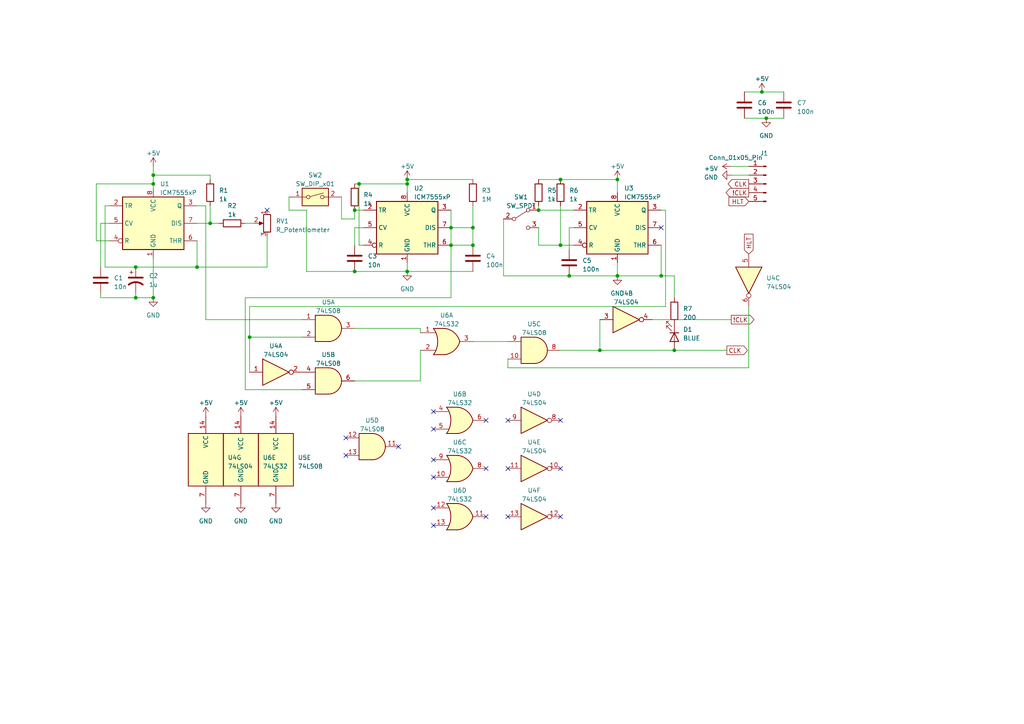
<source format=kicad_sch>
(kicad_sch (version 20230121) (generator eeschema)
  (paper "A4")
  (title_block (title "8-bit Clock Module") (date "2023-02-25") (rev "1.0") (company "RCastelli"))
  (lib_symbols
    (symbol "74xx:74LS04"
      (property "Reference" "U" (at 0 1.27 0))
      (property "Value" "74LS04" (at 0 -1.27 0))
      (symbol "74LS04_1_0"
        (polyline (pts (xy -3.81 3.81) (xy -3.81 -3.81) (xy 3.81 0) (xy -3.81 3.81)) (stroke (width 0.254)) (fill (type background)))
        (pin input line (at -7.62 0 0) (length 3.81) (name "~") (number "1"))
        (pin output inverted (at 7.62 0 180) (length 3.81) (name "~") (number "2"))
      )
      (symbol "74LS04_2_0"
        (polyline (pts (xy -3.81 3.81) (xy -3.81 -3.81) (xy 3.81 0) (xy -3.81 3.81)) (stroke (width 0.254)) (fill (type background)))
        (pin input line (at -7.62 0 0) (length 3.81) (name "~") (number "3"))
        (pin output inverted (at 7.62 0 180) (length 3.81) (name "~") (number "4"))
      )
      (symbol "74LS04_3_0"
        (polyline (pts (xy -3.81 3.81) (xy -3.81 -3.81) (xy 3.81 0) (xy -3.81 3.81)) (stroke (width 0.254)) (fill (type background)))
        (pin input line (at -7.62 0 0) (length 3.81) (name "~") (number "5"))
        (pin output inverted (at 7.62 0 180) (length 3.81) (name "~") (number "6"))
      )
      (symbol "74LS04_4_0"
        (polyline (pts (xy -3.81 3.81) (xy -3.81 -3.81) (xy 3.81 0) (xy -3.81 3.81)) (stroke (width 0.254)) (fill (type background)))
        (pin output inverted (at 7.62 0 180) (length 3.81) (name "~") (number "8"))
        (pin input line (at -7.62 0 0) (length 3.81) (name "~") (number "9"))
      )
      (symbol "74LS04_5_0"
        (polyline (pts (xy -3.81 3.81) (xy -3.81 -3.81) (xy 3.81 0) (xy -3.81 3.81)) (stroke (width 0.254)) (fill (type background)))
        (pin output inverted (at 7.62 0 180) (length 3.81) (name "~") (number "10"))
        (pin input line (at -7.62 0 0) (length 3.81) (name "~") (number "11"))
      )
      (symbol "74LS04_6_0"
        (polyline (pts (xy -3.81 3.81) (xy -3.81 -3.81) (xy 3.81 0) (xy -3.81 3.81)) (stroke (width 0.254)) (fill (type background)))
        (pin output inverted (at 7.62 0 180) (length 3.81) (name "~") (number "12"))
        (pin input line (at -7.62 0 0) (length 3.81) (name "~") (number "13"))
      )
      (symbol "74LS04_7_0"
        (pin power_in line (at 0 12.7 270) (length 5.08) (name "VCC") (number "14"))
        (pin power_in line (at 0 -12.7 90) (length 5.08) (name "GND") (number "7"))
      )
      (symbol "74LS04_7_1"
        (rectangle (start -5.08 7.62) (end 5.08 -7.62) (stroke (width 0.254)) (fill (type background)))
      )
    )
    (symbol "74xx:74LS08" (pin_names (offset 1.016))
      (property "Reference" "U" (at 0 1.27 0))
      (property "Value" "74LS08" (at 0 -1.27 0))
      (symbol "74LS08_1_1"
        (arc (start 0 -3.81) (mid 3.7934 0) (end 0 3.81) (stroke (width 0.254)) (fill (type background)))
        (polyline (pts (xy 0 3.81) (xy -3.81 3.81) (xy -3.81 -3.81) (xy 0 -3.81)) (stroke (width 0.254)) (fill (type background)))
        (pin input line (at -7.62 2.54 0) (length 3.81) (name "~") (number "1"))
        (pin input line (at -7.62 -2.54 0) (length 3.81) (name "~") (number "2"))
        (pin output line (at 7.62 0 180) (length 3.81) (name "~") (number "3"))
      )
      (symbol "74LS08_1_2"
        (arc (start -3.81 -3.81) (mid -2.589 0) (end -3.81 3.81) (stroke (width 0.254)))
        (arc (start -0.6096 -3.81) (mid 2.1842 -2.5851) (end 3.81 0) (stroke (width 0.254)) (fill (type background)))
        (polyline (pts (xy -3.81 -3.81) (xy -0.635 -3.81)) (stroke (width 0.254)) (fill (type background)))
        (polyline (pts (xy -3.81 3.81) (xy -0.635 3.81)) (stroke (width 0.254)) (fill (type background)))
        (polyline (pts (xy -0.635 3.81) (xy -3.81 3.81) (xy -3.81 3.81) (xy -3.556 3.4036) (xy -3.0226 2.2606) (xy -2.6924 1.0414) (xy -2.6162 -0.254) (xy -2.7686 -1.4986) (xy -3.175 -2.7178) (xy -3.81 -3.81) (xy -3.81 -3.81) (xy -0.635 -3.81)) (stroke (width -25.4)) (fill (type background)))
        (arc (start 3.81 0) (mid 2.1915 2.5936) (end -0.6096 3.81) (stroke (width 0.254)) (fill (type background)))
        (pin input inverted (at -7.62 2.54 0) (length 4.318) (name "~") (number "1"))
        (pin input inverted (at -7.62 -2.54 0) (length 4.318) (name "~") (number "2"))
        (pin output inverted (at 7.62 0 180) (length 3.81) (name "~") (number "3"))
      )
      (symbol "74LS08_2_1"
        (arc (start 0 -3.81) (mid 3.7934 0) (end 0 3.81) (stroke (width 0.254)) (fill (type background)))
        (polyline (pts (xy 0 3.81) (xy -3.81 3.81) (xy -3.81 -3.81) (xy 0 -3.81)) (stroke (width 0.254)) (fill (type background)))
        (pin input line (at -7.62 2.54 0) (length 3.81) (name "~") (number "4"))
        (pin input line (at -7.62 -2.54 0) (length 3.81) (name "~") (number "5"))
        (pin output line (at 7.62 0 180) (length 3.81) (name "~") (number "6"))
      )
      (symbol "74LS08_2_2"
        (arc (start -3.81 -3.81) (mid -2.589 0) (end -3.81 3.81) (stroke (width 0.254)))
        (arc (start -0.6096 -3.81) (mid 2.1842 -2.5851) (end 3.81 0) (stroke (width 0.254)) (fill (type background)))
        (polyline (pts (xy -3.81 -3.81) (xy -0.635 -3.81)) (stroke (width 0.254)) (fill (type background)))
        (polyline (pts (xy -3.81 3.81) (xy -0.635 3.81)) (stroke (width 0.254)) (fill (type background)))
        (polyline (pts (xy -0.635 3.81) (xy -3.81 3.81) (xy -3.81 3.81) (xy -3.556 3.4036) (xy -3.0226 2.2606) (xy -2.6924 1.0414) (xy -2.6162 -0.254) (xy -2.7686 -1.4986) (xy -3.175 -2.7178) (xy -3.81 -3.81) (xy -3.81 -3.81) (xy -0.635 -3.81)) (stroke (width -25.4)) (fill (type background)))
        (arc (start 3.81 0) (mid 2.1915 2.5936) (end -0.6096 3.81) (stroke (width 0.254)) (fill (type background)))
        (pin input inverted (at -7.62 2.54 0) (length 4.318) (name "~") (number "4"))
        (pin input inverted (at -7.62 -2.54 0) (length 4.318) (name "~") (number "5"))
        (pin output inverted (at 7.62 0 180) (length 3.81) (name "~") (number "6"))
      )
      (symbol "74LS08_3_1"
        (arc (start 0 -3.81) (mid 3.7934 0) (end 0 3.81) (stroke (width 0.254)) (fill (type background)))
        (polyline (pts (xy 0 3.81) (xy -3.81 3.81) (xy -3.81 -3.81) (xy 0 -3.81)) (stroke (width 0.254)) (fill (type background)))
        (pin input line (at -7.62 -2.54 0) (length 3.81) (name "~") (number "10"))
        (pin output line (at 7.62 0 180) (length 3.81) (name "~") (number "8"))
        (pin input line (at -7.62 2.54 0) (length 3.81) (name "~") (number "9"))
      )
      (symbol "74LS08_3_2"
        (arc (start -3.81 -3.81) (mid -2.589 0) (end -3.81 3.81) (stroke (width 0.254)))
        (arc (start -0.6096 -3.81) (mid 2.1842 -2.5851) (end 3.81 0) (stroke (width 0.254)) (fill (type background)))
        (polyline (pts (xy -3.81 -3.81) (xy -0.635 -3.81)) (stroke (width 0.254)) (fill (type background)))
        (polyline (pts (xy -3.81 3.81) (xy -0.635 3.81)) (stroke (width 0.254)) (fill (type background)))
        (polyline (pts (xy -0.635 3.81) (xy -3.81 3.81) (xy -3.81 3.81) (xy -3.556 3.4036) (xy -3.0226 2.2606) (xy -2.6924 1.0414) (xy -2.6162 -0.254) (xy -2.7686 -1.4986) (xy -3.175 -2.7178) (xy -3.81 -3.81) (xy -3.81 -3.81) (xy -0.635 -3.81)) (stroke (width -25.4)) (fill (type background)))
        (arc (start 3.81 0) (mid 2.1915 2.5936) (end -0.6096 3.81) (stroke (width 0.254)) (fill (type background)))
        (pin input inverted (at -7.62 -2.54 0) (length 4.318) (name "~") (number "10"))
        (pin output inverted (at 7.62 0 180) (length 3.81) (name "~") (number "8"))
        (pin input inverted (at -7.62 2.54 0) (length 4.318) (name "~") (number "9"))
      )
      (symbol "74LS08_4_1"
        (arc (start 0 -3.81) (mid 3.7934 0) (end 0 3.81) (stroke (width 0.254)) (fill (type background)))
        (polyline (pts (xy 0 3.81) (xy -3.81 3.81) (xy -3.81 -3.81) (xy 0 -3.81)) (stroke (width 0.254)) (fill (type background)))
        (pin output line (at 7.62 0 180) (length 3.81) (name "~") (number "11"))
        (pin input line (at -7.62 2.54 0) (length 3.81) (name "~") (number "12"))
        (pin input line (at -7.62 -2.54 0) (length 3.81) (name "~") (number "13"))
      )
      (symbol "74LS08_4_2"
        (arc (start -3.81 -3.81) (mid -2.589 0) (end -3.81 3.81) (stroke (width 0.254)))
        (arc (start -0.6096 -3.81) (mid 2.1842 -2.5851) (end 3.81 0) (stroke (width 0.254)) (fill (type background)))
        (polyline (pts (xy -3.81 -3.81) (xy -0.635 -3.81)) (stroke (width 0.254)) (fill (type background)))
        (polyline (pts (xy -3.81 3.81) (xy -0.635 3.81)) (stroke (width 0.254)) (fill (type background)))
        (polyline (pts (xy -0.635 3.81) (xy -3.81 3.81) (xy -3.81 3.81) (xy -3.556 3.4036) (xy -3.0226 2.2606) (xy -2.6924 1.0414) (xy -2.6162 -0.254) (xy -2.7686 -1.4986) (xy -3.175 -2.7178) (xy -3.81 -3.81) (xy -3.81 -3.81) (xy -0.635 -3.81)) (stroke (width -25.4)) (fill (type background)))
        (arc (start 3.81 0) (mid 2.1915 2.5936) (end -0.6096 3.81) (stroke (width 0.254)) (fill (type background)))
        (pin output inverted (at 7.62 0 180) (length 3.81) (name "~") (number "11"))
        (pin input inverted (at -7.62 2.54 0) (length 4.318) (name "~") (number "12"))
        (pin input inverted (at -7.62 -2.54 0) (length 4.318) (name "~") (number "13"))
      )
      (symbol "74LS08_5_0"
        (pin power_in line (at 0 12.7 270) (length 5.08) (name "VCC") (number "14"))
        (pin power_in line (at 0 -12.7 90) (length 5.08) (name "GND") (number "7"))
      )
      (symbol "74LS08_5_1"
        (rectangle (start -5.08 7.62) (end 5.08 -7.62) (stroke (width 0.254)) (fill (type background)))
      )
    )
    (symbol "74xx:74LS32" (pin_names (offset 1.016))
      (property "Reference" "U" (at 0 1.27 0))
      (property "Value" "74LS32" (at 0 -1.27 0))
      (symbol "74LS32_1_1"
        (arc (start -3.81 -3.81) (mid -2.589 0) (end -3.81 3.81) (stroke (width 0.254)))
        (arc (start -0.6096 -3.81) (mid 2.1842 -2.5851) (end 3.81 0) (stroke (width 0.254)) (fill (type background)))
        (polyline (pts (xy -3.81 -3.81) (xy -0.635 -3.81)) (stroke (width 0.254)) (fill (type background)))
        (polyline (pts (xy -3.81 3.81) (xy -0.635 3.81)) (stroke (width 0.254)) (fill (type background)))
        (polyline (pts (xy -0.635 3.81) (xy -3.81 3.81) (xy -3.81 3.81) (xy -3.556 3.4036) (xy -3.0226 2.2606) (xy -2.6924 1.0414) (xy -2.6162 -0.254) (xy -2.7686 -1.4986) (xy -3.175 -2.7178) (xy -3.81 -3.81) (xy -3.81 -3.81) (xy -0.635 -3.81)) (stroke (width -25.4)) (fill (type background)))
        (arc (start 3.81 0) (mid 2.1915 2.5936) (end -0.6096 3.81) (stroke (width 0.254)) (fill (type background)))
        (pin input line (at -7.62 2.54 0) (length 4.318) (name "~") (number "1"))
        (pin input line (at -7.62 -2.54 0) (length 4.318) (name "~") (number "2"))
        (pin output line (at 7.62 0 180) (length 3.81) (name "~") (number "3"))
      )
      (symbol "74LS32_1_2"
        (arc (start 0 -3.81) (mid 3.7934 0) (end 0 3.81) (stroke (width 0.254)) (fill (type background)))
        (polyline (pts (xy 0 3.81) (xy -3.81 3.81) (xy -3.81 -3.81) (xy 0 -3.81)) (stroke (width 0.254)) (fill (type background)))
        (pin input inverted (at -7.62 2.54 0) (length 3.81) (name "~") (number "1"))
        (pin input inverted (at -7.62 -2.54 0) (length 3.81) (name "~") (number "2"))
        (pin output inverted (at 7.62 0 180) (length 3.81) (name "~") (number "3"))
      )
      (symbol "74LS32_2_1"
        (arc (start -3.81 -3.81) (mid -2.589 0) (end -3.81 3.81) (stroke (width 0.254)))
        (arc (start -0.6096 -3.81) (mid 2.1842 -2.5851) (end 3.81 0) (stroke (width 0.254)) (fill (type background)))
        (polyline (pts (xy -3.81 -3.81) (xy -0.635 -3.81)) (stroke (width 0.254)) (fill (type background)))
        (polyline (pts (xy -3.81 3.81) (xy -0.635 3.81)) (stroke (width 0.254)) (fill (type background)))
        (polyline (pts (xy -0.635 3.81) (xy -3.81 3.81) (xy -3.81 3.81) (xy -3.556 3.4036) (xy -3.0226 2.2606) (xy -2.6924 1.0414) (xy -2.6162 -0.254) (xy -2.7686 -1.4986) (xy -3.175 -2.7178) (xy -3.81 -3.81) (xy -3.81 -3.81) (xy -0.635 -3.81)) (stroke (width -25.4)) (fill (type background)))
        (arc (start 3.81 0) (mid 2.1915 2.5936) (end -0.6096 3.81) (stroke (width 0.254)) (fill (type background)))
        (pin input line (at -7.62 2.54 0) (length 4.318) (name "~") (number "4"))
        (pin input line (at -7.62 -2.54 0) (length 4.318) (name "~") (number "5"))
        (pin output line (at 7.62 0 180) (length 3.81) (name "~") (number "6"))
      )
      (symbol "74LS32_2_2"
        (arc (start 0 -3.81) (mid 3.7934 0) (end 0 3.81) (stroke (width 0.254)) (fill (type background)))
        (polyline (pts (xy 0 3.81) (xy -3.81 3.81) (xy -3.81 -3.81) (xy 0 -3.81)) (stroke (width 0.254)) (fill (type background)))
        (pin input inverted (at -7.62 2.54 0) (length 3.81) (name "~") (number "4"))
        (pin input inverted (at -7.62 -2.54 0) (length 3.81) (name "~") (number "5"))
        (pin output inverted (at 7.62 0 180) (length 3.81) (name "~") (number "6"))
      )
      (symbol "74LS32_3_1"
        (arc (start -3.81 -3.81) (mid -2.589 0) (end -3.81 3.81) (stroke (width 0.254)))
        (arc (start -0.6096 -3.81) (mid 2.1842 -2.5851) (end 3.81 0) (stroke (width 0.254)) (fill (type background)))
        (polyline (pts (xy -3.81 -3.81) (xy -0.635 -3.81)) (stroke (width 0.254)) (fill (type background)))
        (polyline (pts (xy -3.81 3.81) (xy -0.635 3.81)) (stroke (width 0.254)) (fill (type background)))
        (polyline (pts (xy -0.635 3.81) (xy -3.81 3.81) (xy -3.81 3.81) (xy -3.556 3.4036) (xy -3.0226 2.2606) (xy -2.6924 1.0414) (xy -2.6162 -0.254) (xy -2.7686 -1.4986) (xy -3.175 -2.7178) (xy -3.81 -3.81) (xy -3.81 -3.81) (xy -0.635 -3.81)) (stroke (width -25.4)) (fill (type background)))
        (arc (start 3.81 0) (mid 2.1915 2.5936) (end -0.6096 3.81) (stroke (width 0.254)) (fill (type background)))
        (pin input line (at -7.62 -2.54 0) (length 4.318) (name "~") (number "10"))
        (pin output line (at 7.62 0 180) (length 3.81) (name "~") (number "8"))
        (pin input line (at -7.62 2.54 0) (length 4.318) (name "~") (number "9"))
      )
      (symbol "74LS32_3_2"
        (arc (start 0 -3.81) (mid 3.7934 0) (end 0 3.81) (stroke (width 0.254)) (fill (type background)))
        (polyline (pts (xy 0 3.81) (xy -3.81 3.81) (xy -3.81 -3.81) (xy 0 -3.81)) (stroke (width 0.254)) (fill (type background)))
        (pin input inverted (at -7.62 -2.54 0) (length 3.81) (name "~") (number "10"))
        (pin output inverted (at 7.62 0 180) (length 3.81) (name "~") (number "8"))
        (pin input inverted (at -7.62 2.54 0) (length 3.81) (name "~") (number "9"))
      )
      (symbol "74LS32_4_1"
        (arc (start -3.81 -3.81) (mid -2.589 0) (end -3.81 3.81) (stroke (width 0.254)))
        (arc (start -0.6096 -3.81) (mid 2.1842 -2.5851) (end 3.81 0) (stroke (width 0.254)) (fill (type background)))
        (polyline (pts (xy -3.81 -3.81) (xy -0.635 -3.81)) (stroke (width 0.254)) (fill (type background)))
        (polyline (pts (xy -3.81 3.81) (xy -0.635 3.81)) (stroke (width 0.254)) (fill (type background)))
        (polyline (pts (xy -0.635 3.81) (xy -3.81 3.81) (xy -3.81 3.81) (xy -3.556 3.4036) (xy -3.0226 2.2606) (xy -2.6924 1.0414) (xy -2.6162 -0.254) (xy -2.7686 -1.4986) (xy -3.175 -2.7178) (xy -3.81 -3.81) (xy -3.81 -3.81) (xy -0.635 -3.81)) (stroke (width -25.4)) (fill (type background)))
        (arc (start 3.81 0) (mid 2.1915 2.5936) (end -0.6096 3.81) (stroke (width 0.254)) (fill (type background)))
        (pin output line (at 7.62 0 180) (length 3.81) (name "~") (number "11"))
        (pin input line (at -7.62 2.54 0) (length 4.318) (name "~") (number "12"))
        (pin input line (at -7.62 -2.54 0) (length 4.318) (name "~") (number "13"))
      )
      (symbol "74LS32_4_2"
        (arc (start 0 -3.81) (mid 3.7934 0) (end 0 3.81) (stroke (width 0.254)) (fill (type background)))
        (polyline (pts (xy 0 3.81) (xy -3.81 3.81) (xy -3.81 -3.81) (xy 0 -3.81)) (stroke (width 0.254)) (fill (type background)))
        (pin output inverted (at 7.62 0 180) (length 3.81) (name "~") (number "11"))
        (pin input inverted (at -7.62 2.54 0) (length 3.81) (name "~") (number "12"))
        (pin input inverted (at -7.62 -2.54 0) (length 3.81) (name "~") (number "13"))
      )
      (symbol "74LS32_5_0"
        (pin power_in line (at 0 12.7 270) (length 5.08) (name "VCC") (number "14"))
        (pin power_in line (at 0 -12.7 90) (length 5.08) (name "GND") (number "7"))
      )
      (symbol "74LS32_5_1"
        (rectangle (start -5.08 7.62) (end 5.08 -7.62) (stroke (width 0.254)) (fill (type background)))
      )
    )
    (symbol "Connector:Conn_01x05_Pin" (pin_names (offset 1.016) hide)
      (property "Reference" "J1" (at 0.635 8.89 0))
      (property "Value" "Conn_01x05_Pin" (at -8.89 7.62 0))
      (symbol "Conn_01x05_Pin_1_1"
        (polyline (pts (xy 1.27 -5.08) (xy 0.8636 -5.08)) (stroke (width 0.1524)))
        (polyline (pts (xy 1.27 -2.54) (xy 0.8636 -2.54)) (stroke (width 0.1524)))
        (polyline (pts (xy 1.27 0) (xy 0.8636 0)) (stroke (width 0.1524)))
        (polyline (pts (xy 1.27 2.54) (xy 0.8636 2.54)) (stroke (width 0.1524)))
        (polyline (pts (xy 1.27 5.08) (xy 0.8636 5.08)) (stroke (width 0.1524)))
        (rectangle (start 0.8636 -4.953) (end 0 -5.207) (stroke (width 0.1524)) (fill (type outline)))
        (rectangle (start 0.8636 -2.413) (end 0 -2.667) (stroke (width 0.1524)) (fill (type outline)))
        (rectangle (start 0.8636 0.127) (end 0 -0.127) (stroke (width 0.1524)) (fill (type outline)))
        (rectangle (start 0.8636 2.667) (end 0 2.413) (stroke (width 0.1524)) (fill (type outline)))
        (rectangle (start 0.8636 5.207) (end 0 4.953) (stroke (width 0.1524)) (fill (type outline)))
        (pin power_out line (at 5.08 5.08 180) (length 3.81) (name "Pin_1") (number "1"))
        (pin power_out line (at 5.08 2.54 180) (length 3.81) (name "Pin_2") (number "2"))
        (pin passive line (at 5.08 0 180) (length 3.81) (name "Pin_3") (number "3"))
        (pin passive line (at 5.08 -2.54 180) (length 3.81) (name "Pin_4") (number "4"))
        (pin passive line (at 5.08 -5.08 180) (length 3.81) (name "Pin_5") (number "5"))
      )
    )
    (symbol "Device:C" (pin_numbers hide) (pin_names (offset 0.254))
      (property "Reference" "C" (at 0.635 2.54 0))
      (property "Value" "C" (at 0.635 -2.54 0))
      (symbol "C_0_1"
        (polyline (pts (xy -2.032 -0.762) (xy 2.032 -0.762)) (stroke (width 0.508)))
        (polyline (pts (xy -2.032 0.762) (xy 2.032 0.762)) (stroke (width 0.508)))
      )
      (symbol "C_1_1"
        (pin passive line (at 0 3.81 270) (length 2.794) (name "~") (number "1"))
        (pin passive line (at 0 -3.81 90) (length 2.794) (name "~") (number "2"))
      )
    )
    (symbol "Device:C_Polarized_US" (pin_numbers hide) (pin_names (offset 0.254) hide)
      (property "Reference" "C" (at 0.635 2.54 0))
      (property "Value" "C_Polarized_US" (at 0.635 -2.54 0))
      (symbol "C_Polarized_US_0_1"
        (polyline (pts (xy -2.032 0.762) (xy 2.032 0.762)) (stroke (width 0.508)))
        (polyline (pts (xy -1.778 2.286) (xy -0.762 2.286)))
        (polyline (pts (xy -1.27 1.778) (xy -1.27 2.794)))
        (arc (start 2.032 -1.27) (mid 0 -0.5572) (end -2.032 -1.27) (stroke (width 0.508)))
      )
      (symbol "C_Polarized_US_1_1"
        (pin passive line (at 0 3.81 270) (length 2.794) (name "~") (number "1"))
        (pin passive line (at 0 -3.81 90) (length 3.302) (name "~") (number "2"))
      )
    )
    (symbol "Device:LED" (pin_numbers hide) (pin_names (offset 1.016) hide)
      (property "Reference" "D" (at 0 2.54 0))
      (property "Value" "LED" (at 0 -2.54 0))
      (symbol "LED_0_1"
        (polyline (pts (xy -1.27 -1.27) (xy -1.27 1.27)) (stroke (width 0.254)))
        (polyline (pts (xy -1.27 0) (xy 1.27 0)))
        (polyline (pts (xy 1.27 -1.27) (xy 1.27 1.27) (xy -1.27 0) (xy 1.27 -1.27)) (stroke (width 0.254)))
        (polyline (pts (xy -3.048 -0.762) (xy -4.572 -2.286) (xy -3.81 -2.286) (xy -4.572 -2.286) (xy -4.572 -1.524)))
        (polyline (pts (xy -1.778 -0.762) (xy -3.302 -2.286) (xy -2.54 -2.286) (xy -3.302 -2.286) (xy -3.302 -1.524)))
      )
      (symbol "LED_1_1"
        (pin passive line (at -3.81 0 0) (length 2.54) (name "K") (number "1"))
        (pin passive line (at 3.81 0 180) (length 2.54) (name "A") (number "2"))
      )
    )
    (symbol "Device:R" (pin_numbers hide) (pin_names (offset 0))
      (property "Reference" "R" (at 2.032 0 90))
      (property "Value" "R" (at 0 0 90))
      (symbol "R_0_1"
        (rectangle (start -1.016 -2.54) (end 1.016 2.54) (stroke (width 0.254)))
      )
      (symbol "R_1_1"
        (pin passive line (at 0 3.81 270) (length 1.27) (name "~") (number "1"))
        (pin passive line (at 0 -3.81 90) (length 1.27) (name "~") (number "2"))
      )
    )
    (symbol "Device:R_Potentiometer" (pin_names (offset 1.016) hide)
      (property "Reference" "RV" (at -4.445 0 90))
      (property "Value" "R_Potentiometer" (at -2.54 0 90))
      (symbol "R_Potentiometer_0_1"
        (polyline (pts (xy 2.54 0) (xy 1.524 0)))
        (polyline (pts (xy 1.143 0) (xy 2.286 0.508) (xy 2.286 -0.508) (xy 1.143 0)) (fill (type outline)))
        (rectangle (start 1.016 2.54) (end -1.016 -2.54) (stroke (width 0.254)))
      )
      (symbol "R_Potentiometer_1_1"
        (pin passive line (at 0 3.81 270) (length 1.27) (name "1") (number "1"))
        (pin passive line (at 3.81 0 180) (length 1.27) (name "2") (number "2"))
        (pin passive line (at 0 -3.81 90) (length 1.27) (name "3") (number "3"))
      )
    )
    (symbol "Switch:SW_DIP_x01" (pin_names (offset 0) hide)
      (property "Reference" "SW" (at 0 3.81 0))
      (property "Value" "SW_DIP_x01" (at 0 -3.81 0))
      (symbol "SW_DIP_x01_0_0"
        (circle (center -2.032 0) (radius 0.508))
        (polyline (pts (xy -1.524 0.127) (xy 2.3622 1.1684)))
        (circle (center 2.032 0) (radius 0.508))
      )
      (symbol "SW_DIP_x01_0_1"
        (rectangle (start -3.81 2.54) (end 3.81 -2.54) (stroke (width 0.254)) (fill (type background)))
      )
      (symbol "SW_DIP_x01_1_1"
        (pin passive line (at -7.62 0 0) (length 5.08) (name "~") (number "1"))
        (pin passive line (at 7.62 0 180) (length 5.08) (name "~") (number "2"))
      )
    )
    (symbol "Switch:SW_SPDT" (pin_names (offset 0) hide)
      (property "Reference" "SW" (at 0 4.318 0))
      (property "Value" "SW_SPDT" (at 0 -5.08 0))
      (symbol "SW_SPDT_0_0"
        (circle (center -2.032 0) (radius 0.508))
        (circle (center 2.032 -2.54) (radius 0.508))
      )
      (symbol "SW_SPDT_0_1"
        (polyline (pts (xy -1.524 0.254) (xy 1.651 2.286)))
        (circle (center 2.032 2.54) (radius 0.508))
      )
      (symbol "SW_SPDT_1_1"
        (pin passive line (at 5.08 2.54 180) (length 2.54) (name "A") (number "1"))
        (pin passive line (at -5.08 0 0) (length 2.54) (name "B") (number "2"))
        (pin passive line (at 5.08 -2.54 180) (length 2.54) (name "C") (number "3"))
      )
    )
    (symbol "Timer:ICM7555xP"
      (property "Reference" "U" (at -10.16 8.89 0))
      (property "Value" "ICM7555xP" (at 2.54 8.89 0))
      (symbol "ICM7555xP_0_0"
        (pin power_in line (at 0 -10.16 90) (length 2.54) (name "GND") (number "1"))
        (pin power_in line (at 0 10.16 270) (length 2.54) (name "VCC") (number "8"))
      )
      (symbol "ICM7555xP_0_1"
        (rectangle (start -8.89 -7.62) (end 8.89 7.62) (stroke (width 0.254)) (fill (type background)))
        (rectangle (start -8.89 -7.62) (end 8.89 7.62) (stroke (width 0.254)) (fill (type background)))
      )
      (symbol "ICM7555xP_1_1"
        (pin input line (at -12.7 5.08 0) (length 3.81) (name "TR") (number "2"))
        (pin output line (at 12.7 5.08 180) (length 3.81) (name "Q") (number "3"))
        (pin input inverted (at -12.7 -5.08 0) (length 3.81) (name "R") (number "4"))
        (pin input line (at -12.7 0 0) (length 3.81) (name "CV") (number "5"))
        (pin input line (at 12.7 -5.08 180) (length 3.81) (name "THR") (number "6"))
        (pin input line (at 12.7 0 180) (length 3.81) (name "DIS") (number "7"))
      )
    )
    (symbol "power:+5V" (power) (pin_names (offset 0))
      (property "Value" "+5V" (at 0 3.556 0))
      (symbol "+5V_0_1"
        (polyline (pts (xy -0.762 1.27) (xy 0 2.54)))
        (polyline (pts (xy 0 0) (xy 0 2.54)))
        (polyline (pts (xy 0 2.54) (xy 0.762 1.27)))
      )
      (symbol "+5V_1_1"
        (pin power_in line (at 0 0 90) (length 0) hide (name "+5V") (number "1"))
      )
    )
    (symbol "power:GND" (power) (pin_names (offset 0))
      (property "Value" "GND" (at 0 -3.81 0))
      (symbol "GND_0_1"
        (polyline (pts (xy 0 0) (xy 0 -1.27) (xy 1.27 -1.27) (xy 0 -2.54) (xy -1.27 -1.27) (xy 0 -1.27)))
      )
      (symbol "GND_1_1"
        (pin power_in line (at 0 0 270) (length 0) hide (name "GND") (number "1"))
      )
    )
  )
  (junction (at 102.87 60.96))
  (junction (at 118.11 52.07))
  (junction (at 137.16 71.12))
  (junction (at 39.37 77.47))
  (junction (at 104.14 53.34))
  (junction (at 72.39 97.79))
  (junction (at 165.1 80.01))
  (junction (at 118.11 53.34))
  (junction (at 44.45 86.36))
  (junction (at 60.96 64.77))
  (junction (at 191.77 80.01))
  (junction (at 44.45 53.34))
  (junction (at 179.07 80.01))
  (junction (at 179.07 52.07))
  (junction (at 195.58 101.6))
  (junction (at 162.56 71.12))
  (junction (at 156.21 60.96))
  (junction (at 222.25 34.29))
  (junction (at 220.98 26.67))
  (junction (at 130.81 66.04))
  (junction (at 162.56 52.07))
  (junction (at 102.87 78.74))
  (junction (at 57.15 77.47))
  (junction (at 137.16 66.04))
  (junction (at 39.37 86.36))
  (junction (at 118.11 78.74))
  (junction (at 130.81 71.12))
  (junction (at 44.45 50.8))
  (junction (at 173.99 101.6))
  (no_connect (at 140.97 121.92))
  (no_connect (at 115.57 129.54))
  (no_connect (at 125.73 138.43))
  (no_connect (at 125.73 124.46))
  (no_connect (at 125.73 119.38))
  (no_connect (at 140.97 149.86))
  (no_connect (at 100.33 127))
  (no_connect (at 125.73 147.32))
  (no_connect (at 125.73 133.35))
  (no_connect (at 191.77 66.04))
  (no_connect (at 77.47 60.96))
  (no_connect (at 162.56 135.89))
  (no_connect (at 147.32 135.89))
  (no_connect (at 147.32 149.86))
  (no_connect (at 162.56 121.92))
  (no_connect (at 125.73 152.4))
  (no_connect (at 100.33 132.08))
  (no_connect (at 162.56 149.86))
  (no_connect (at 140.97 135.89))
  (no_connect (at 147.32 121.92))
  (wire (pts (xy 72.39 97.79) (xy 72.39 107.95)))
  (wire (pts (xy 87.63 97.79) (xy 72.39 97.79)))
  (wire (pts (xy 156.21 71.12) (xy 162.56 71.12)))
  (wire (pts (xy 173.99 101.6) (xy 173.99 92.71)))
  (wire (pts (xy 44.45 74.93) (xy 44.45 86.36)))
  (wire (pts (xy 57.15 69.85) (xy 57.15 77.47)))
  (wire (pts (xy 162.56 101.6) (xy 173.99 101.6)))
  (wire (pts (xy 30.48 59.69) (xy 30.48 77.47)))
  (wire (pts (xy 165.1 66.04) (xy 165.1 72.39)))
  (wire (pts (xy 102.87 95.25) (xy 121.92 95.25)))
  (wire (pts (xy 102.87 66.04) (xy 102.87 71.12)))
  (wire (pts (xy 156.21 59.69) (xy 156.21 60.96)))
  (wire (pts (xy 179.07 52.07) (xy 162.56 52.07)))
  (wire (pts (xy 72.39 97.79) (xy 72.39 88.9)))
  (wire (pts (xy 29.21 64.77) (xy 29.21 77.47)))
  (wire (pts (xy 195.58 80.01) (xy 191.77 80.01)))
  (wire (pts (xy 166.37 66.04) (xy 165.1 66.04)))
  (wire (pts (xy 39.37 86.36) (xy 39.37 85.09)))
  (wire (pts (xy 130.81 60.96) (xy 130.81 66.04)))
  (wire (pts (xy 44.45 86.36) (xy 39.37 86.36)))
  (wire (pts (xy 215.9 26.67) (xy 220.98 26.67)))
  (wire (pts (xy 118.11 78.74) (xy 137.16 78.74)))
  (wire (pts (xy 195.58 80.01) (xy 195.58 86.36)))
  (wire (pts (xy 30.48 77.47) (xy 39.37 77.47)))
  (wire (pts (xy 102.87 60.96) (xy 105.41 60.96)))
  (wire (pts (xy 189.23 92.71) (xy 212.09 92.71)))
  (wire (pts (xy 137.16 99.06) (xy 147.32 99.06)))
  (wire (pts (xy 222.25 34.29) (xy 227.33 34.29)))
  (wire (pts (xy 60.96 50.8) (xy 44.45 50.8)))
  (wire (pts (xy 71.12 113.03) (xy 87.63 113.03)))
  (wire (pts (xy 130.81 71.12) (xy 130.81 86.36)))
  (wire (pts (xy 162.56 59.69) (xy 162.56 71.12)))
  (wire (pts (xy 191.77 71.12) (xy 191.77 80.01)))
  (wire (pts (xy 99.06 63.5) (xy 102.87 63.5)))
  (wire (pts (xy 88.9 78.74) (xy 102.87 78.74)))
  (wire (pts (xy 137.16 66.04) (xy 130.81 66.04)))
  (wire (pts (xy 60.96 52.07) (xy 60.96 50.8)))
  (wire (pts (xy 146.05 80.01) (xy 165.1 80.01)))
  (wire (pts (xy 77.47 77.47) (xy 57.15 77.47)))
  (wire (pts (xy 60.96 59.69) (xy 60.96 64.77)))
  (wire (pts (xy 44.45 48.26) (xy 44.45 50.8)))
  (wire (pts (xy 118.11 52.07) (xy 118.11 53.34)))
  (wire (pts (xy 121.92 95.25) (xy 121.92 96.52)))
  (wire (pts (xy 105.41 71.12) (xy 104.14 71.12)))
  (wire (pts (xy 44.45 50.8) (xy 44.45 53.34)))
  (wire (pts (xy 173.99 101.6) (xy 195.58 101.6)))
  (wire (pts (xy 99.06 57.15) (xy 99.06 63.5)))
  (wire (pts (xy 71.12 86.36) (xy 71.12 113.03)))
  (wire (pts (xy 146.05 63.5) (xy 146.05 80.01)))
  (wire (pts (xy 179.07 76.2) (xy 179.07 80.01)))
  (wire (pts (xy 130.81 71.12) (xy 137.16 71.12)))
  (wire (pts (xy 29.21 85.09) (xy 29.21 86.36)))
  (wire (pts (xy 59.69 59.69) (xy 59.69 92.71)))
  (wire (pts (xy 137.16 59.69) (xy 137.16 66.04)))
  (wire (pts (xy 193.04 88.9) (xy 193.04 60.96)))
  (wire (pts (xy 104.14 53.34) (xy 104.14 71.12)))
  (wire (pts (xy 121.92 110.49) (xy 121.92 101.6)))
  (wire (pts (xy 102.87 63.5) (xy 102.87 60.96)))
  (wire (pts (xy 102.87 53.34) (xy 104.14 53.34)))
  (wire (pts (xy 29.21 86.36) (xy 39.37 86.36)))
  (wire (pts (xy 59.69 92.71) (xy 87.63 92.71)))
  (wire (pts (xy 102.87 110.49) (xy 121.92 110.49)))
  (wire (pts (xy 57.15 59.69) (xy 59.69 59.69)))
  (wire (pts (xy 88.9 60.96) (xy 88.9 78.74)))
  (wire (pts (xy 118.11 78.74) (xy 118.11 76.2)))
  (wire (pts (xy 179.07 80.01) (xy 165.1 80.01)))
  (wire (pts (xy 217.17 106.68) (xy 147.32 106.68)))
  (wire (pts (xy 193.04 60.96) (xy 191.77 60.96)))
  (wire (pts (xy 162.56 71.12) (xy 166.37 71.12)))
  (wire (pts (xy 31.75 64.77) (xy 29.21 64.77)))
  (wire (pts (xy 77.47 68.58) (xy 77.47 77.47)))
  (wire (pts (xy 156.21 52.07) (xy 162.56 52.07)))
  (wire (pts (xy 217.17 88.9) (xy 217.17 106.68)))
  (wire (pts (xy 212.09 48.26) (xy 217.17 48.26)))
  (wire (pts (xy 220.98 26.67) (xy 227.33 26.67)))
  (wire (pts (xy 179.07 55.88) (xy 179.07 52.07)))
  (wire (pts (xy 147.32 106.68) (xy 147.32 104.14)))
  (wire (pts (xy 137.16 52.07) (xy 118.11 52.07)))
  (wire (pts (xy 72.39 88.9) (xy 193.04 88.9)))
  (wire (pts (xy 44.45 53.34) (xy 44.45 54.61)))
  (wire (pts (xy 215.9 34.29) (xy 222.25 34.29)))
  (wire (pts (xy 31.75 59.69) (xy 30.48 59.69)))
  (wire (pts (xy 27.94 53.34) (xy 44.45 53.34)))
  (wire (pts (xy 60.96 64.77) (xy 63.5 64.77)))
  (wire (pts (xy 191.77 80.01) (xy 179.07 80.01)))
  (wire (pts (xy 137.16 71.12) (xy 137.16 66.04)))
  (wire (pts (xy 102.87 78.74) (xy 118.11 78.74)))
  (wire (pts (xy 195.58 101.6) (xy 210.82 101.6)))
  (wire (pts (xy 156.21 66.04) (xy 156.21 71.12)))
  (wire (pts (xy 105.41 66.04) (xy 102.87 66.04)))
  (wire (pts (xy 57.15 64.77) (xy 60.96 64.77)))
  (wire (pts (xy 104.14 53.34) (xy 118.11 53.34)))
  (wire (pts (xy 57.15 77.47) (xy 39.37 77.47)))
  (wire (pts (xy 212.09 50.8) (xy 217.17 50.8)))
  (wire (pts (xy 156.21 60.96) (xy 166.37 60.96)))
  (wire (pts (xy 118.11 53.34) (xy 118.11 55.88)))
  (wire (pts (xy 71.12 64.77) (xy 73.66 64.77)))
  (wire (pts (xy 130.81 66.04) (xy 130.81 71.12)))
  (wire (pts (xy 130.81 86.36) (xy 71.12 86.36)))
  (wire (pts (xy 83.82 57.15) (xy 83.82 60.96)))
  (wire (pts (xy 31.75 69.85) (xy 27.94 69.85)))
  (wire (pts (xy 27.94 69.85) (xy 27.94 53.34)))
  (wire (pts (xy 83.82 60.96) (xy 88.9 60.96)))
  (global_label "CLK" (shape output) (at 217.17 53.34 180) (property "Intersheetrefs" "${INTERSHEET_REFS}" (effects hide)))
  (global_label "CLK" (shape output) (at 210.82 101.6 0) (property "Intersheetrefs" "${INTERSHEET_REFS}" (effects hide)))
  (global_label "HLT" (shape input) (at 217.17 73.66 90) (property "Intersheetrefs" "${INTERSHEET_REFS}" (effects hide)))
  (global_label "!CLK" (shape output) (at 212.09 92.71 0) (property "Intersheetrefs" "${INTERSHEET_REFS}" (effects hide)))
  (global_label "HLT" (shape input) (at 217.17 58.42 180) (property "Intersheetrefs" "${INTERSHEET_REFS}" (effects hide)))
  (global_label "!CLK" (shape output) (at 217.17 55.88 180) (property "Intersheetrefs" "${INTERSHEET_REFS}" (effects hide)))
  (symbol (lib_id "power:GND") (at 222.25 34.29 0) (unit 1)
    (property "Reference" "#PWR02" (effects hide))
    (property "Value" "GND" (at 222.25 39.37 0))
    (property "Sim.Device" "V" (effects hide))
    (property "Sim.Type" "DC" (effects hide))
    (property "Sim.Pins" "1=+" (effects hide))
    (property "Sim.Params" "dc=0" (effects hide))
  )
  (symbol (lib_id "power:+5V") (at 44.45 48.26 0) (unit 1)
    (property "Reference" "#PWR09" (effects hide))
    (property "Value" "+5V" (at 44.45 44.45 0))
  )
  (symbol (lib_id "74xx:74LS04") (at 217.17 81.28 270) (unit 3)
    (property "Reference" "U4" (at 222.25 80.645 90) (effects (justify left)))
    (property "Value" "74LS04" (at 222.25 83.185 90) (effects (justify left)))
    (property "Footprint" "Package_DIP:DIP-14_W7.62mm" (effects hide))
    (property "Datasheet" "http://www.ti.com/lit/gpn/sn74LS04" (effects hide))
  )
  (symbol (lib_id "74xx:74LS32") (at 133.35 149.86 0) (unit 4)
    (property "Reference" "U6" (at 133.35 142.24 0))
    (property "Value" "74LS32" (at 133.35 144.78 0))
    (property "Footprint" "Package_DIP:DIP-14_W7.62mm" (effects hide))
    (property "Datasheet" "http://www.ti.com/lit/gpn/sn74LS32" (effects hide))
  )
  (symbol (lib_id "Device:R") (at 67.31 64.77 90) (unit 1)
    (property "Reference" "R2" (at 67.31 59.69 90))
    (property "Value" "1k" (at 67.31 62.23 90))
    (property "Footprint" "Resistor_THT:R_Axial_DIN0204_L3.6mm_D1.6mm_P7.62mm_Horizontal" (effects hide))
  )
  (symbol (lib_id "74xx:74LS04") (at 154.94 135.89 0) (unit 5)
    (property "Reference" "U4" (at 154.94 128.27 0))
    (property "Value" "74LS04" (at 154.94 130.81 0))
    (property "Footprint" "Package_DIP:DIP-14_W7.62mm" (effects hide))
    (property "Datasheet" "http://www.ti.com/lit/gpn/sn74LS04" (effects hide))
  )
  (symbol (lib_id "74xx:74LS04") (at 80.01 107.95 0) (unit 1)
    (property "Reference" "U4" (at 80.01 100.33 0))
    (property "Value" "74LS04" (at 80.01 102.87 0))
    (property "Footprint" "Package_DIP:DIP-14_W7.62mm" (effects hide))
    (property "Datasheet" "http://www.ti.com/lit/gpn/sn74LS04" (effects hide))
  )
  (symbol (lib_id "Switch:SW_DIP_x01") (at 91.44 57.15 0) (unit 1)
    (property "Reference" "SW2" (at 91.44 50.8 0))
    (property "Value" "SW_DIP_x01" (at 91.44 53.34 0))
    (property "Footprint" "Button_Switch_THT:SW_PUSH_6mm_H7.3mm" (effects hide))
  )
  (symbol (lib_id "74xx:74LS32") (at 133.35 121.92 0) (unit 2)
    (property "Reference" "U6" (at 133.35 114.3 0))
    (property "Value" "74LS32" (at 133.35 116.84 0))
    (property "Footprint" "Package_DIP:DIP-14_W7.62mm" (effects hide))
    (property "Datasheet" "http://www.ti.com/lit/gpn/sn74LS32" (effects hide))
  )
  (symbol (lib_id "74xx:74LS08") (at 80.01 133.35 0) (unit 5)
    (property "Reference" "U5" (at 86.36 132.715 0) (effects (justify left)))
    (property "Value" "74LS08" (at 86.36 135.255 0) (effects (justify left)))
    (property "Footprint" "Package_DIP:DIP-14_W7.62mm" (effects hide))
    (property "Datasheet" "http://www.ti.com/lit/gpn/sn74LS08" (effects hide))
  )
  (symbol (lib_id "Device:C") (at 227.33 30.48 180) (unit 1)
    (property "Reference" "C7" (at 231.14 29.845 0) (effects (justify right)))
    (property "Value" "100n" (at 231.14 32.385 0) (effects (justify right)))
    (property "Footprint" "Capacitor_THT:C_Radial_D8.0mm_H7.0mm_P3.50mm" (effects hide))
    (property "Sim.Device" "C" (effects hide))
    (property "Sim.Pins" "1=+ 2=-" (effects hide))
  )
  (symbol (lib_id "74xx:74LS08") (at 107.95 129.54 0) (unit 4)
    (property "Reference" "U5" (at 107.9417 121.92 0))
    (property "Value" "74LS08" (at 107.9417 124.46 0))
    (property "Footprint" "Package_DIP:DIP-14_W7.62mm" (effects hide))
    (property "Datasheet" "http://www.ti.com/lit/gpn/sn74LS08" (effects hide))
  )
  (symbol (lib_id "Device:R") (at 195.58 90.17 0) (unit 1)
    (property "Reference" "R7" (at 198.12 89.535 0) (effects (justify left)))
    (property "Value" "200" (at 198.12 92.075 0) (effects (justify left)))
    (property "Footprint" "Resistor_THT:R_Axial_DIN0207_L6.3mm_D2.5mm_P10.16mm_Horizontal" (effects hide))
  )
  (symbol (lib_id "power:+5V") (at 59.69 120.65 0) (unit 1)
    (property "Reference" "#PWR015" (effects hide))
    (property "Value" "+5V" (at 59.69 116.84 0))
  )
  (symbol (lib_id "power:+5V") (at 80.01 120.65 0) (unit 1)
    (property "Reference" "#PWR011" (effects hide))
    (property "Value" "+5V" (at 80.01 116.84 0))
  )
  (symbol (lib_id "power:GND") (at 212.09 50.8 270) (unit 1)
    (property "Reference" "#PWR03" (effects hide))
    (property "Value" "GND" (at 208.28 51.435 90) (effects (justify right)))
  )
  (symbol (lib_id "power:+5V") (at 118.11 52.07 0) (unit 1)
    (property "Reference" "#PWR08" (effects hide))
    (property "Value" "+5V" (at 118.11 48.26 0))
  )
  (symbol (lib_id "Device:R") (at 156.21 55.88 0) (unit 1)
    (property "Reference" "R5" (at 158.75 55.245 0) (effects (justify left)))
    (property "Value" "1k" (at 158.75 57.785 0) (effects (justify left)))
    (property "Footprint" "Resistor_THT:R_Axial_DIN0207_L6.3mm_D2.5mm_P7.62mm_Horizontal" (effects hide))
  )
  (symbol (lib_id "74xx:74LS32") (at 129.54 99.06 0) (unit 1)
    (property "Reference" "U6" (at 129.54 91.44 0))
    (property "Value" "74LS32" (at 129.54 93.98 0))
    (property "Footprint" "Package_DIP:DIP-14_W7.62mm" (effects hide))
    (property "Datasheet" "http://www.ti.com/lit/gpn/sn74LS32" (effects hide))
  )
  (symbol (lib_id "Device:C") (at 215.9 30.48 0) (unit 1)
    (property "Reference" "C6" (at 219.71 29.845 0) (effects (justify left)))
    (property "Value" "100n" (at 219.71 32.385 0) (effects (justify left)))
    (property "Footprint" "Capacitor_THT:C_Radial_D8.0mm_H7.0mm_P3.50mm" (effects hide))
    (property "Sim.Device" "C" (effects hide))
    (property "Sim.Pins" "1=+ 2=-" (effects hide))
  )
  (symbol (lib_id "power:+5V") (at 220.98 26.67 0) (unit 1)
    (property "Reference" "#PWR01" (effects hide))
    (property "Value" "+5V" (at 220.98 22.86 0))
    (property "Sim.Device" "V" (effects hide))
    (property "Sim.Type" "DC" (effects hide))
    (property "Sim.Pins" "1=+" (effects hide))
    (property "Sim.Params" "dc=5 ac=0" (effects hide))
  )
  (symbol (lib_id "power:GND") (at 69.85 146.05 0) (unit 1)
    (property "Reference" "#PWR013" (effects hide))
    (property "Value" "GND" (at 69.85 151.13 0))
  )
  (symbol (lib_id "power:GND") (at 118.11 78.74 0) (unit 1)
    (property "Reference" "#PWR07" (effects hide))
    (property "Value" "GND" (at 118.11 83.82 0))
  )
  (symbol (lib_id "Timer:ICM7555xP") (at 179.07 66.04 0) (unit 1)
    (property "Reference" "U3" (at 181.0259 54.61 0) (effects (justify left)))
    (property "Value" "ICM7555xP" (at 181.0259 57.15 0) (effects (justify left)))
    (property "Footprint" "Package_DIP:DIP-8_W7.62mm" (effects hide))
    (property "Datasheet" "http://www.intersil.com/content/dam/Intersil/documents/icm7/icm7555-56.pdf" (effects hide))
    (property "Sim.Library" "555_timer1.cir" (effects hide))
  )
  (symbol (lib_id "Connector:Conn_01x05_Pin") (at 222.25 53.34 0) (mirror y) (unit 1)
    (property "Reference" "J1" (at 221.615 44.45 0))
    (property "Value" "Conn_01x05_Pin" (at 213.36 45.72 0))
    (property "Footprint" "Connector_PinSocket_2.54mm:PinSocket_1x05_P2.54mm_Vertical" (effects hide))
  )
  (symbol (lib_id "Device:C") (at 29.21 81.28 0) (unit 1)
    (property "Reference" "C1" (at 33.02 80.645 0) (effects (justify left)))
    (property "Value" "10n" (at 33.02 83.185 0) (effects (justify left)))
    (property "Footprint" "Capacitor_THT:C_Disc_D4.7mm_W2.5mm_P5.00mm" (effects hide))
    (property "Sim.Device" "C" (effects hide))
    (property "Sim.Pins" "1=+ 2=-" (effects hide))
  )
  (symbol (lib_id "power:GND") (at 80.01 146.05 0) (unit 1)
    (property "Reference" "#PWR012" (effects hide))
    (property "Value" "GND" (at 80.01 151.13 0))
  )
  (symbol (lib_id "Device:R") (at 162.56 55.88 0) (unit 1)
    (property "Reference" "R6" (at 165.1 55.245 0) (effects (justify left)))
    (property "Value" "1k" (at 165.1 57.785 0) (effects (justify left)))
    (property "Footprint" "Resistor_THT:R_Axial_DIN0207_L6.3mm_D2.5mm_P7.62mm_Horizontal" (effects hide))
  )
  (symbol (lib_id "Device:LED") (at 195.58 97.79 270) (unit 1)
    (property "Reference" "D1" (at 198.12 95.5675 90) (effects (justify left)))
    (property "Value" "BLUE" (at 198.12 98.1075 90) (effects (justify left)))
    (property "Footprint" "LED_THT:LED_D8.0mm" (effects hide))
  )
  (symbol (lib_id "74xx:74LS04") (at 181.61 92.71 0) (unit 2)
    (property "Reference" "U4" (at 181.61 85.09 0))
    (property "Value" "74LS04" (at 181.61 87.63 0))
    (property "Footprint" "Package_DIP:DIP-14_W7.62mm" (effects hide))
    (property "Datasheet" "http://www.ti.com/lit/gpn/sn74LS04" (effects hide))
  )
  (symbol (lib_id "74xx:74LS08") (at 95.25 110.49 0) (unit 2)
    (property "Reference" "U5" (at 95.2417 102.87 0))
    (property "Value" "74LS08" (at 95.2417 105.41 0))
    (property "Footprint" "Package_DIP:DIP-14_W7.62mm" (effects hide))
    (property "Datasheet" "http://www.ti.com/lit/gpn/sn74LS08" (effects hide))
  )
  (symbol (lib_id "Device:R") (at 60.96 55.88 0) (unit 1)
    (property "Reference" "R1" (at 63.5 55.245 0) (effects (justify left)))
    (property "Value" "1k" (at 63.5 57.785 0) (effects (justify left)))
    (property "Footprint" "Resistor_THT:R_Axial_DIN0204_L3.6mm_D1.6mm_P7.62mm_Horizontal" (effects hide))
  )
  (symbol (lib_id "Device:R") (at 137.16 55.88 0) (unit 1)
    (property "Reference" "R3" (at 139.7 55.245 0) (effects (justify left)))
    (property "Value" "1M" (at 139.7 57.785 0) (effects (justify left)))
    (property "Footprint" "Resistor_THT:R_Axial_DIN0207_L6.3mm_D2.5mm_P7.62mm_Horizontal" (effects hide))
  )
  (symbol (lib_id "74xx:74LS04") (at 154.94 149.86 0) (unit 6)
    (property "Reference" "U4" (at 154.94 142.24 0))
    (property "Value" "74LS04" (at 154.94 144.78 0))
    (property "Footprint" "Package_DIP:DIP-14_W7.62mm" (effects hide))
    (property "Datasheet" "http://www.ti.com/lit/gpn/sn74LS04" (effects hide))
  )
  (symbol (lib_id "74xx:74LS04") (at 59.69 133.35 0) (unit 7)
    (property "Reference" "U4" (at 66.04 132.715 0) (effects (justify left)))
    (property "Value" "74LS04" (at 66.04 135.255 0) (effects (justify left)))
    (property "Footprint" "Package_DIP:DIP-14_W7.62mm" (effects hide))
    (property "Datasheet" "http://www.ti.com/lit/gpn/sn74LS04" (effects hide))
  )
  (symbol (lib_id "power:+5V") (at 212.09 48.26 90) (unit 1)
    (property "Reference" "#PWR04" (effects hide))
    (property "Value" "+5V" (at 208.28 48.895 90) (effects (justify left)))
  )
  (symbol (lib_id "Timer:ICM7555xP") (at 118.11 66.04 0) (unit 1)
    (property "Reference" "U2" (at 120.0659 54.61 0) (effects (justify left)))
    (property "Value" "ICM7555xP" (at 120.0659 57.15 0) (effects (justify left)))
    (property "Footprint" "Package_DIP:DIP-8_W7.62mm" (effects hide))
    (property "Datasheet" "http://www.intersil.com/content/dam/Intersil/documents/icm7/icm7555-56.pdf" (effects hide))
    (property "Sim.Library" "555_timer1.cir" (effects hide))
  )
  (symbol (lib_id "74xx:74LS04") (at 154.94 121.92 0) (unit 4)
    (property "Reference" "U4" (at 154.94 114.3 0))
    (property "Value" "74LS04" (at 154.94 116.84 0))
    (property "Footprint" "Package_DIP:DIP-14_W7.62mm" (effects hide))
    (property "Datasheet" "http://www.ti.com/lit/gpn/sn74LS04" (effects hide))
  )
  (symbol (lib_id "Device:C") (at 102.87 74.93 0) (unit 1)
    (property "Reference" "C3" (at 106.68 74.295 0) (effects (justify left)))
    (property "Value" "10n" (at 106.68 76.835 0) (effects (justify left)))
    (property "Footprint" "Capacitor_THT:C_Radial_D8.0mm_H7.0mm_P3.50mm" (effects hide))
    (property "Sim.Device" "C" (effects hide))
    (property "Sim.Pins" "1=+ 2=-" (effects hide))
  )
  (symbol (lib_id "Timer:ICM7555xP") (at 44.45 64.77 0) (unit 1)
    (property "Reference" "U1" (at 46.4059 53.34 0) (effects (justify left)))
    (property "Value" "ICM7555xP" (at 46.4059 55.88 0) (effects (justify left)))
    (property "Footprint" "Package_DIP:DIP-8_W7.62mm" (effects hide))
    (property "Datasheet" "http://www.intersil.com/content/dam/Intersil/documents/icm7/icm7555-56.pdf" (effects hide))
    (property "Sim.Library" "555_timer1.cir" (effects hide))
  )
  (symbol (lib_id "74xx:74LS08") (at 154.94 101.6 0) (unit 3)
    (property "Reference" "U5" (at 154.9317 93.98 0))
    (property "Value" "74LS08" (at 154.9317 96.52 0))
    (property "Footprint" "Package_DIP:DIP-14_W7.62mm" (effects hide))
    (property "Datasheet" "http://www.ti.com/lit/gpn/sn74LS08" (effects hide))
  )
  (symbol (lib_id "74xx:74LS32") (at 69.85 133.35 0) (unit 5)
    (property "Reference" "U6" (at 76.2 132.715 0) (effects (justify left)))
    (property "Value" "74LS32" (at 76.2 135.255 0) (effects (justify left)))
    (property "Footprint" "Package_DIP:DIP-14_W7.62mm" (effects hide))
    (property "Datasheet" "http://www.ti.com/lit/gpn/sn74LS32" (effects hide))
  )
  (symbol (lib_id "Switch:SW_SPDT") (at 151.13 63.5 0) (unit 1)
    (property "Reference" "SW1" (at 151.13 57.15 0))
    (property "Value" "SW_SPDT" (at 151.13 59.69 0))
    (property "Footprint" "Button_Switch_THT:SW_Slide_1P2T_CK_OS102011MS2Q" (effects hide))
  )
  (symbol (lib_id "Device:R_Potentiometer") (at 77.47 64.77 0) (mirror y) (unit 1)
    (property "Reference" "RV1" (at 80.01 64.135 0) (effects (justify right)))
    (property "Value" "R_Potentiometer" (at 80.01 66.675 0) (effects (justify right)))
    (property "Footprint" "Potentiometer_THT:Potentiometer_Alpha_RD901F-40-00D_Single_Vertical" (effects hide))
  )
  (symbol (lib_id "74xx:74LS32") (at 133.35 135.89 0) (unit 3)
    (property "Reference" "U6" (at 133.35 128.27 0))
    (property "Value" "74LS32" (at 133.35 130.81 0))
    (property "Footprint" "Package_DIP:DIP-14_W7.62mm" (effects hide))
    (property "Datasheet" "http://www.ti.com/lit/gpn/sn74LS32" (effects hide))
  )
  (symbol (lib_id "power:GND") (at 44.45 86.36 0) (unit 1)
    (property "Reference" "#PWR010" (effects hide))
    (property "Value" "GND" (at 44.45 91.44 0))
  )
  (symbol (lib_id "Device:C_Polarized_US") (at 39.37 81.28 0) (unit 1)
    (property "Reference" "C2" (at 43.18 80.01 0) (effects (justify left)))
    (property "Value" "1u" (at 43.18 82.55 0) (effects (justify left)))
    (property "Footprint" "Capacitor_THT:CP_Radial_D8.0mm_P5.00mm" (effects hide))
    (property "Sim.Device" "C" (effects hide))
    (property "Sim.Pins" "1=+ 2=-" (effects hide))
  )
  (symbol (lib_id "Device:C") (at 165.1 76.2 0) (unit 1)
    (property "Reference" "C5" (at 168.91 75.565 0) (effects (justify left)))
    (property "Value" "100n" (at 168.91 78.105 0) (effects (justify left)))
    (property "Footprint" "Capacitor_THT:C_Radial_D8.0mm_H7.0mm_P3.50mm" (effects hide))
    (property "Sim.Device" "C" (effects hide))
    (property "Sim.Pins" "1=+ 2=-" (effects hide))
  )
  (symbol (lib_id "74xx:74LS08") (at 95.25 95.25 0) (unit 1)
    (property "Reference" "U5" (at 95.2417 87.63 0))
    (property "Value" "74LS08" (at 95.2417 90.17 0))
    (property "Footprint" "Package_DIP:DIP-14_W7.62mm" (effects hide))
    (property "Datasheet" "http://www.ti.com/lit/gpn/sn74LS08" (effects hide))
  )
  (symbol (lib_id "Device:R") (at 102.87 57.15 0) (unit 1)
    (property "Reference" "R4" (at 105.41 56.515 0) (effects (justify left)))
    (property "Value" "1k" (at 105.41 59.055 0) (effects (justify left)))
    (property "Footprint" "Resistor_THT:R_Axial_DIN0207_L6.3mm_D2.5mm_P7.62mm_Horizontal" (effects hide))
  )
  (symbol (lib_id "Device:C") (at 137.16 74.93 0) (unit 1)
    (property "Reference" "C4" (at 140.97 74.295 0) (effects (justify left)))
    (property "Value" "100n" (at 140.97 76.835 0) (effects (justify left)))
    (property "Footprint" "Capacitor_THT:C_Radial_D8.0mm_H7.0mm_P3.50mm" (effects hide))
    (property "Sim.Device" "C" (effects hide))
    (property "Sim.Pins" "1=+ 2=-" (effects hide))
  )
  (symbol (lib_id "power:GND") (at 59.69 146.05 0) (unit 1)
    (property "Reference" "#PWR016" (effects hide))
    (property "Value" "GND" (at 59.69 151.13 0))
  )
  (symbol (lib_id "power:+5V") (at 179.07 52.07 0) (unit 1)
    (property "Reference" "#PWR05" (effects hide))
    (property "Value" "+5V" (at 179.07 48.26 0))
  )
  (symbol (lib_id "power:GND") (at 179.07 80.01 0) (unit 1)
    (property "Reference" "#PWR06" (effects hide))
    (property "Value" "GND" (at 179.07 85.09 0))
  )
  (symbol (lib_id "power:+5V") (at 69.85 120.65 0) (unit 1)
    (property "Reference" "#PWR014" (effects hide))
    (property "Value" "+5V" (at 69.85 116.84 0))
  )
)
</source>
